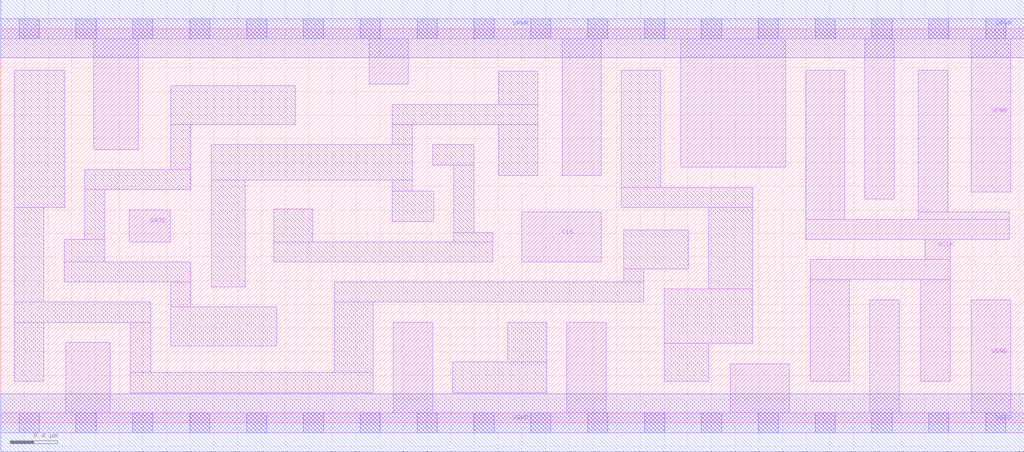
<source format=lef>
# Copyright 2020 The SkyWater PDK Authors
#
# Licensed under the Apache License, Version 2.0 (the "License");
# you may not use this file except in compliance with the License.
# You may obtain a copy of the License at
#
#     https://www.apache.org/licenses/LICENSE-2.0
#
# Unless required by applicable law or agreed to in writing, software
# distributed under the License is distributed on an "AS IS" BASIS,
# WITHOUT WARRANTIES OR CONDITIONS OF ANY KIND, either express or implied.
# See the License for the specific language governing permissions and
# limitations under the License.
#
# SPDX-License-Identifier: Apache-2.0

VERSION 5.7 ;
  NAMESCASESENSITIVE ON ;
  NOWIREEXTENSIONATPIN ON ;
  DIVIDERCHAR "/" ;
  BUSBITCHARS "[]" ;
UNITS
  DATABASE MICRONS 200 ;
END UNITS
MACRO sky130_fd_sc_hs__dlclkp_4
  CLASS CORE ;
  SOURCE USER ;
  FOREIGN sky130_fd_sc_hs__dlclkp_4 ;
  ORIGIN  0.000000  0.000000 ;
  SIZE  8.640000 BY  3.330000 ;
  SYMMETRY X Y ;
  SITE unit ;
  PIN GATE
    ANTENNAGATEAREA  0.246000 ;
    DIRECTION INPUT ;
    USE SIGNAL ;
    PORT
      LAYER li1 ;
        RECT 1.085000 1.530000 1.430000 1.800000 ;
    END
  END GATE
  PIN GCLK
    ANTENNADIFFAREA  1.103200 ;
    DIRECTION OUTPUT ;
    USE SIGNAL ;
    PORT
      LAYER li1 ;
        RECT 6.795000 1.550000 8.515000 1.720000 ;
        RECT 6.795000 1.720000 7.125000 2.980000 ;
        RECT 6.835000 0.350000 7.165000 1.210000 ;
        RECT 6.835000 1.210000 8.015000 1.380000 ;
        RECT 7.745000 1.720000 8.515000 1.780000 ;
        RECT 7.745000 1.780000 7.995000 2.980000 ;
        RECT 7.765000 0.350000 8.015000 1.210000 ;
        RECT 7.805000 1.380000 8.015000 1.550000 ;
    END
  END GCLK
  PIN CLK
    ANTENNAGATEAREA  0.516000 ;
    DIRECTION INPUT ;
    USE CLOCK ;
    PORT
      LAYER li1 ;
        RECT 4.400000 1.360000 5.070000 1.780000 ;
    END
  END CLK
  PIN VGND
    DIRECTION INOUT ;
    USE GROUND ;
    PORT
      LAYER li1 ;
        RECT 0.000000 -0.085000 8.640000 0.085000 ;
        RECT 0.550000  0.085000 0.925000 0.680000 ;
        RECT 3.315000  0.085000 3.645000 0.850000 ;
        RECT 4.780000  0.085000 5.110000 0.850000 ;
        RECT 6.160000  0.085000 6.655000 0.500000 ;
        RECT 7.335000  0.085000 7.585000 1.040000 ;
        RECT 8.195000  0.085000 8.525000 1.040000 ;
      LAYER mcon ;
        RECT 0.155000 -0.085000 0.325000 0.085000 ;
        RECT 0.635000 -0.085000 0.805000 0.085000 ;
        RECT 1.115000 -0.085000 1.285000 0.085000 ;
        RECT 1.595000 -0.085000 1.765000 0.085000 ;
        RECT 2.075000 -0.085000 2.245000 0.085000 ;
        RECT 2.555000 -0.085000 2.725000 0.085000 ;
        RECT 3.035000 -0.085000 3.205000 0.085000 ;
        RECT 3.515000 -0.085000 3.685000 0.085000 ;
        RECT 3.995000 -0.085000 4.165000 0.085000 ;
        RECT 4.475000 -0.085000 4.645000 0.085000 ;
        RECT 4.955000 -0.085000 5.125000 0.085000 ;
        RECT 5.435000 -0.085000 5.605000 0.085000 ;
        RECT 5.915000 -0.085000 6.085000 0.085000 ;
        RECT 6.395000 -0.085000 6.565000 0.085000 ;
        RECT 6.875000 -0.085000 7.045000 0.085000 ;
        RECT 7.355000 -0.085000 7.525000 0.085000 ;
        RECT 7.835000 -0.085000 8.005000 0.085000 ;
        RECT 8.315000 -0.085000 8.485000 0.085000 ;
      LAYER met1 ;
        RECT 0.000000 -0.245000 8.640000 0.245000 ;
    END
  END VGND
  PIN VPWR
    DIRECTION INOUT ;
    USE POWER ;
    PORT
      LAYER li1 ;
        RECT 0.000000 3.245000 8.640000 3.415000 ;
        RECT 0.785000 2.310000 1.160000 3.245000 ;
        RECT 3.110000 2.860000 3.440000 3.245000 ;
        RECT 4.740000 2.090000 5.070000 3.245000 ;
        RECT 5.740000 2.160000 6.625000 3.245000 ;
        RECT 7.295000 1.890000 7.545000 3.245000 ;
        RECT 8.195000 1.950000 8.525000 3.245000 ;
      LAYER mcon ;
        RECT 0.155000 3.245000 0.325000 3.415000 ;
        RECT 0.635000 3.245000 0.805000 3.415000 ;
        RECT 1.115000 3.245000 1.285000 3.415000 ;
        RECT 1.595000 3.245000 1.765000 3.415000 ;
        RECT 2.075000 3.245000 2.245000 3.415000 ;
        RECT 2.555000 3.245000 2.725000 3.415000 ;
        RECT 3.035000 3.245000 3.205000 3.415000 ;
        RECT 3.515000 3.245000 3.685000 3.415000 ;
        RECT 3.995000 3.245000 4.165000 3.415000 ;
        RECT 4.475000 3.245000 4.645000 3.415000 ;
        RECT 4.955000 3.245000 5.125000 3.415000 ;
        RECT 5.435000 3.245000 5.605000 3.415000 ;
        RECT 5.915000 3.245000 6.085000 3.415000 ;
        RECT 6.395000 3.245000 6.565000 3.415000 ;
        RECT 6.875000 3.245000 7.045000 3.415000 ;
        RECT 7.355000 3.245000 7.525000 3.415000 ;
        RECT 7.835000 3.245000 8.005000 3.415000 ;
        RECT 8.315000 3.245000 8.485000 3.415000 ;
      LAYER met1 ;
        RECT 0.000000 3.085000 8.640000 3.575000 ;
    END
  END VPWR
  OBS
    LAYER li1 ;
      RECT 0.115000 0.350000 0.365000 0.850000 ;
      RECT 0.115000 0.850000 1.265000 1.020000 ;
      RECT 0.115000 1.020000 0.365000 1.820000 ;
      RECT 0.115000 1.820000 0.540000 2.980000 ;
      RECT 0.535000 1.190000 1.605000 1.360000 ;
      RECT 0.535000 1.360000 0.880000 1.550000 ;
      RECT 0.710000 1.550000 0.880000 1.970000 ;
      RECT 0.710000 1.970000 1.605000 2.140000 ;
      RECT 1.095000 0.255000 3.145000 0.425000 ;
      RECT 1.095000 0.425000 1.265000 0.850000 ;
      RECT 1.435000 0.650000 2.330000 0.980000 ;
      RECT 1.435000 0.980000 1.605000 1.190000 ;
      RECT 1.435000 2.140000 1.605000 2.520000 ;
      RECT 1.435000 2.520000 2.485000 2.850000 ;
      RECT 1.775000 1.150000 2.065000 2.050000 ;
      RECT 1.775000 2.050000 3.475000 2.350000 ;
      RECT 2.305000 1.360000 4.155000 1.530000 ;
      RECT 2.305000 1.530000 2.635000 1.805000 ;
      RECT 2.815000 0.425000 3.145000 1.020000 ;
      RECT 2.815000 1.020000 5.430000 1.190000 ;
      RECT 3.305000 1.700000 3.655000 1.960000 ;
      RECT 3.305000 1.960000 3.475000 2.050000 ;
      RECT 3.305000 2.350000 3.475000 2.520000 ;
      RECT 3.305000 2.520000 4.535000 2.690000 ;
      RECT 3.645000 2.180000 3.995000 2.350000 ;
      RECT 3.815000 0.255000 4.610000 0.515000 ;
      RECT 3.825000 1.530000 4.155000 1.610000 ;
      RECT 3.825000 1.610000 3.995000 2.180000 ;
      RECT 4.205000 2.090000 4.535000 2.520000 ;
      RECT 4.205000 2.690000 4.535000 2.970000 ;
      RECT 4.280000 0.515000 4.610000 0.850000 ;
      RECT 5.240000 1.820000 6.350000 1.990000 ;
      RECT 5.240000 1.990000 5.570000 2.980000 ;
      RECT 5.260000 1.190000 5.430000 1.300000 ;
      RECT 5.260000 1.300000 5.805000 1.630000 ;
      RECT 5.600000 0.350000 5.975000 0.670000 ;
      RECT 5.600000 0.670000 6.350000 1.130000 ;
      RECT 5.975000 1.130000 6.350000 1.820000 ;
  END
END sky130_fd_sc_hs__dlclkp_4

</source>
